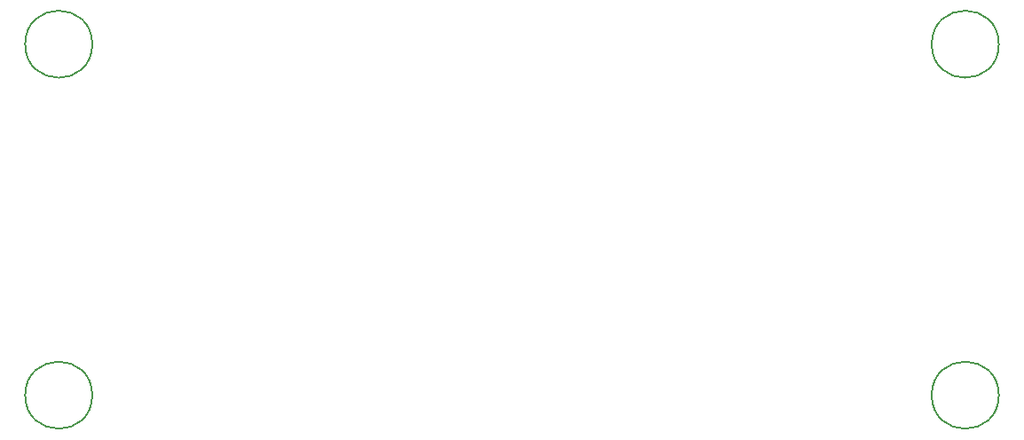
<source format=gbr>
G04 #@! TF.GenerationSoftware,KiCad,Pcbnew,(5.0.0)*
G04 #@! TF.CreationDate,2018-07-31T12:07:49+01:00*
G04 #@! TF.ProjectId,blanking,626C616E6B696E672E6B696361645F70,rev?*
G04 #@! TF.SameCoordinates,Original*
G04 #@! TF.FileFunction,Other,Comment*
%FSLAX46Y46*%
G04 Gerber Fmt 4.6, Leading zero omitted, Abs format (unit mm)*
G04 Created by KiCad (PCBNEW (5.0.0)) date 07/31/18 12:07:49*
%MOMM*%
%LPD*%
G01*
G04 APERTURE LIST*
%ADD10C,0.150000*%
G04 APERTURE END LIST*
D10*
G04 #@! TO.C,REF\002A\002A*
X181150000Y-45275000D02*
G75*
G03X181150000Y-45275000I-3200000J0D01*
G01*
X181150000Y-78775000D02*
G75*
G03X181150000Y-78775000I-3200000J0D01*
G01*
X267650000Y-45275000D02*
G75*
G03X267650000Y-45275000I-3200000J0D01*
G01*
X267650000Y-78775000D02*
G75*
G03X267650000Y-78775000I-3200000J0D01*
G01*
G04 #@! TD*
M02*

</source>
